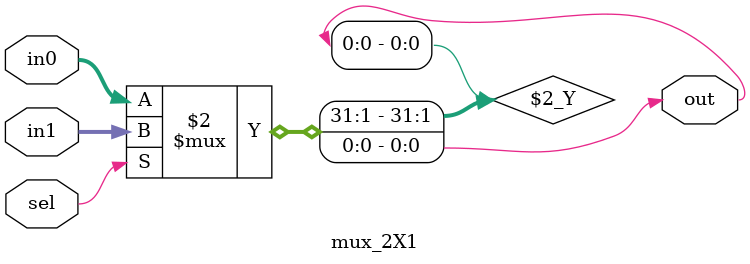
<source format=v>


module mux_2X1(
    input [31:0] in0,
    input [31:0] in1,
    input sel,
    output out
    );
    
    assign out = (sel == 0) ? in0 : in1;
    
endmodule

</source>
